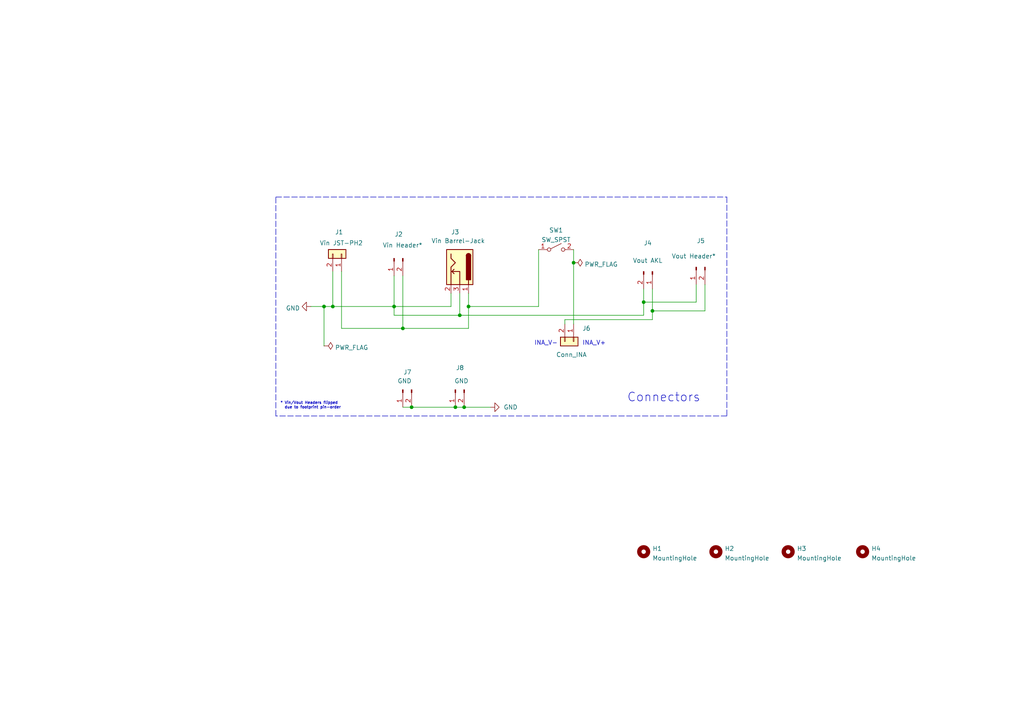
<source format=kicad_sch>
(kicad_sch (version 20230121) (generator eeschema)
  (paper "A4")
  (title_block (title "INA-Connector") (date "2025-01-02") (rev "1.0") (company "Bernhard Bablok") (comment 1 "https://github.com/bablokb/pcb-ina-connector"))
  (lib_symbols
    (symbol "Connector:Barrel_Jack_Switch" (pin_names hide)
      (property "Reference" "J" (at 0 5.334 0))
      (property "Value" "Barrel_Jack_Switch" (at 0 -5.08 0))
      (symbol "Barrel_Jack_Switch_0_1"
        (rectangle (start -5.08 3.81) (end 5.08 -3.81) (stroke (width 0.254)) (fill (type background)))
        (arc (start -3.302 3.175) (mid -3.9342 2.54) (end -3.302 1.905) (stroke (width 0.254)))
        (arc (start -3.302 3.175) (mid -3.9342 2.54) (end -3.302 1.905) (stroke (width 0.254)) (fill (type outline)))
        (polyline (pts (xy 1.27 -2.286) (xy 1.905 -1.651)) (stroke (width 0.254)))
        (polyline (pts (xy 5.08 2.54) (xy 3.81 2.54)) (stroke (width 0.254)))
        (polyline (pts (xy 5.08 0) (xy 1.27 0) (xy 1.27 -2.286) (xy 0.635 -1.651)) (stroke (width 0.254)))
        (polyline (pts (xy -3.81 -2.54) (xy -2.54 -2.54) (xy -1.27 -1.27) (xy 0 -2.54) (xy 2.54 -2.54) (xy 5.08 -2.54)) (stroke (width 0.254)))
        (rectangle (start 3.683 3.175) (end -3.302 1.905) (stroke (width 0.254)) (fill (type outline)))
      )
      (symbol "Barrel_Jack_Switch_1_1"
        (pin passive line (at 7.62 2.54 180) (length 2.54) (name "~") (number "1"))
        (pin passive line (at 7.62 -2.54 180) (length 2.54) (name "~") (number "2"))
        (pin passive line (at 7.62 0 180) (length 2.54) (name "~") (number "3"))
      )
    )
    (symbol "Connector:Conn_01x02_Pin" (pin_names (offset 1.016) hide)
      (property "Reference" "J" (at 0 2.54 0))
      (property "Value" "Conn_01x02_Pin" (at 0 -5.08 0))
      (symbol "Conn_01x02_Pin_1_1"
        (polyline (pts (xy 1.27 -2.54) (xy 0.8636 -2.54)) (stroke (width 0.1524)))
        (polyline (pts (xy 1.27 0) (xy 0.8636 0)) (stroke (width 0.1524)))
        (rectangle (start 0.8636 -2.413) (end 0 -2.667) (stroke (width 0.1524)) (fill (type outline)))
        (rectangle (start 0.8636 0.127) (end 0 -0.127) (stroke (width 0.1524)) (fill (type outline)))
        (pin passive line (at 5.08 0 180) (length 3.81) (name "Pin_1") (number "1"))
        (pin passive line (at 5.08 -2.54 180) (length 3.81) (name "Pin_2") (number "2"))
      )
    )
    (symbol "Connector_Generic:Conn_01x02" (pin_names (offset 1.016) hide)
      (property "Reference" "J" (at 0 2.54 0))
      (property "Value" "Conn_01x02" (at 0 -5.08 0))
      (symbol "Conn_01x02_1_1"
        (rectangle (start -1.27 -2.413) (end 0 -2.667) (stroke (width 0.1524)))
        (rectangle (start -1.27 0.127) (end 0 -0.127) (stroke (width 0.1524)))
        (rectangle (start -1.27 1.27) (end 1.27 -3.81) (stroke (width 0.254)) (fill (type background)))
        (pin passive line (at -5.08 0 0) (length 3.81) (name "Pin_1") (number "1"))
        (pin passive line (at -5.08 -2.54 0) (length 3.81) (name "Pin_2") (number "2"))
      )
    )
    (symbol "Mechanical:MountingHole" (pin_names (offset 1.016))
      (property "Reference" "H" (at 0 5.08 0))
      (property "Value" "MountingHole" (at 0 3.175 0))
      (symbol "MountingHole_0_1"
        (circle (center 0 0) (radius 1.27) (stroke (width 1.27)))
      )
    )
    (symbol "Switch:SW_SPST" (pin_names (offset 0) hide)
      (property "Reference" "SW" (at 0 3.175 0))
      (property "Value" "SW_SPST" (at 0 -2.54 0))
      (symbol "SW_SPST_0_0"
        (circle (center -2.032 0) (radius 0.508))
        (polyline (pts (xy -1.524 0.254) (xy 1.524 1.778)))
        (circle (center 2.032 0) (radius 0.508))
      )
      (symbol "SW_SPST_1_1"
        (pin passive line (at -5.08 0 0) (length 2.54) (name "A") (number "1"))
        (pin passive line (at 5.08 0 180) (length 2.54) (name "B") (number "2"))
      )
    )
    (symbol "power:GND" (power) (pin_names (offset 0))
      (property "Value" "GND" (at 0 -3.81 0))
      (symbol "GND_0_1"
        (polyline (pts (xy 0 0) (xy 0 -1.27) (xy 1.27 -1.27) (xy 0 -2.54) (xy -1.27 -1.27) (xy 0 -1.27)))
      )
      (symbol "GND_1_1"
        (pin power_in line (at 0 0 270) (length 0) hide (name "GND") (number "1"))
      )
    )
    (symbol "power:PWR_FLAG" (power) (pin_numbers hide) (pin_names (offset 0) hide)
      (property "Value" "PWR_FLAG" (at 0 3.81 0))
      (symbol "PWR_FLAG_0_0"
        (pin power_out line (at 0 0 90) (length 0) (name "pwr") (number "1"))
      )
      (symbol "PWR_FLAG_0_1"
        (polyline (pts (xy 0 0) (xy 0 1.27) (xy -1.016 1.905) (xy 0 2.54) (xy 1.016 1.905) (xy 0 1.27)))
      )
    )
  )
  (junction (at 93.98 88.9))
  (junction (at 134.62 118.11))
  (junction (at 189.23 90.17))
  (junction (at 96.52 88.9))
  (junction (at 186.69 87.63))
  (junction (at 116.84 95.25))
  (junction (at 119.38 118.11))
  (junction (at 166.37 76.2))
  (junction (at 135.89 88.9))
  (junction (at 133.35 91.44))
  (junction (at 114.3 88.9))
  (junction (at 132.08 118.11))
  (polyline (pts (xy 80.01 57.15) (xy 210.82 57.15)) (stroke (width 0) (type dash)))
  (wire (pts (xy 114.3 91.44) (xy 133.35 91.44)))
  (wire (pts (xy 201.93 82.55) (xy 201.93 87.63)))
  (wire (pts (xy 204.47 90.17) (xy 189.23 90.17)))
  (wire (pts (xy 201.93 87.63) (xy 186.69 87.63)))
  (polyline (pts (xy 80.01 120.65) (xy 80.01 57.15)) (stroke (width 0) (type dash)))
  (wire (pts (xy 166.37 76.2) (xy 166.37 93.98)))
  (wire (pts (xy 114.3 80.01) (xy 114.3 88.9)))
  (wire (pts (xy 135.89 95.25) (xy 116.84 95.25)))
  (wire (pts (xy 116.84 118.11) (xy 119.38 118.11)))
  (wire (pts (xy 163.83 92.71) (xy 163.83 93.98)))
  (wire (pts (xy 119.38 118.11) (xy 132.08 118.11)))
  (wire (pts (xy 99.06 95.25) (xy 99.06 78.74)))
  (wire (pts (xy 189.23 90.17) (xy 189.23 92.71)))
  (wire (pts (xy 114.3 88.9) (xy 96.52 88.9)))
  (wire (pts (xy 132.08 118.11) (xy 134.62 118.11)))
  (wire (pts (xy 116.84 95.25) (xy 99.06 95.25)))
  (polyline (pts (xy 210.82 120.65) (xy 80.01 120.65)) (stroke (width 0) (type dash)))
  (wire (pts (xy 186.69 87.63) (xy 186.69 91.44)))
  (wire (pts (xy 96.52 78.74) (xy 96.52 88.9)))
  (wire (pts (xy 93.98 88.9) (xy 93.98 100.33)))
  (wire (pts (xy 163.83 92.71) (xy 189.23 92.71)))
  (wire (pts (xy 189.23 83.82) (xy 189.23 90.17)))
  (wire (pts (xy 186.69 83.82) (xy 186.69 87.63)))
  (wire (pts (xy 156.21 72.39) (xy 156.21 88.9)))
  (wire (pts (xy 135.89 85.09) (xy 135.89 88.9)))
  (wire (pts (xy 133.35 91.44) (xy 186.69 91.44)))
  (wire (pts (xy 114.3 88.9) (xy 114.3 91.44)))
  (wire (pts (xy 204.47 82.55) (xy 204.47 90.17)))
  (wire (pts (xy 130.81 85.09) (xy 130.81 88.9)))
  (wire (pts (xy 116.84 80.01) (xy 116.84 95.25)))
  (wire (pts (xy 93.98 88.9) (xy 96.52 88.9)))
  (wire (pts (xy 90.17 88.9) (xy 93.98 88.9)))
  (polyline (pts (xy 210.82 57.15) (xy 210.82 120.65)) (stroke (width 0) (type dash)))
  (wire (pts (xy 133.35 85.09) (xy 133.35 91.44)))
  (wire (pts (xy 166.37 72.39) (xy 166.37 76.2)))
  (wire (pts (xy 114.3 88.9) (xy 130.81 88.9)))
  (wire (pts (xy 135.89 88.9) (xy 135.89 95.25)))
  (wire (pts (xy 134.62 118.11) (xy 142.24 118.11)))
  (wire (pts (xy 135.89 88.9) (xy 156.21 88.9)))
  (text "* Vin/Vout Headers flipped\n  due to footprint pin-order" (at 81.28 118.745 0) (effects (font (size 0.8 0.8)) (justify left bottom)))
  (text "INA_V-" (at 154.94 100.33 0) (effects (font (size 1.27 1.27)) (justify left bottom)))
  (text "INA_V+" (at 168.91 100.33 0) (effects (font (size 1.27 1.27)) (justify left bottom)))
  (text "Connectors" (at 203.2 116.84 0) (effects (font (size 2.54 2.54)) (justify right bottom)))
  (symbol (lib_id "Connector:Conn_01x02_Pin") (at 114.3 74.93 90) (mirror x) (unit 1) (in_bom no)
    (property "Reference" "J2" (at 116.84 67.945 90) (effects (justify left)))
    (property "Value" "Vin Header*" (at 122.555 71.12 90) (effects (justify left)))
    (property "Footprint" "Connector_PinHeader_2.54mm:PinHeader_1x02_P2.54mm_Horizontal" (effects hide))
  )
  (symbol (lib_id "Connector:Barrel_Jack_Switch") (at 133.35 77.47 270) (unit 1) (in_bom no)
    (property "Reference" "J3" (at 130.81 67.31 90) (effects (justify left)))
    (property "Value" "Vin Barrel-Jack" (at 125.095 69.85 90) (effects (justify left)))
    (property "Footprint" "user:BarrelJack_CUI_PJ-102AH_Horizontal" (effects hide))
  )
  (symbol (lib_id "Mechanical:MountingHole") (at 186.69 160.02 0) (unit 1)
    (property "Reference" "H1" (at 189.23 159.1115 0) (effects (justify left)))
    (property "Value" "MountingHole" (at 189.23 161.8866 0) (effects (justify left)))
    (property "Footprint" "MountingHole:MountingHole_2.5mm" (effects hide))
  )
  (symbol (lib_id "Mechanical:MountingHole") (at 250.19 160.02 0) (unit 1)
    (property "Reference" "H4" (at 252.73 159.1115 0) (effects (justify left)))
    (property "Value" "MountingHole" (at 252.73 161.8866 0) (effects (justify left)))
    (property "Footprint" "MountingHole:MountingHole_2.5mm" (effects hide))
  )
  (symbol (lib_id "power:GND") (at 90.17 88.9 270) (unit 1)
    (property "Reference" "#PWR03" (effects hide))
    (property "Value" "GND" (at 86.9951 89.379 90) (effects (justify right)))
  )
  (symbol (lib_id "power:PWR_FLAG") (at 93.98 100.33 270) (unit 1)
    (property "Reference" "#FLG02" (effects hide))
    (property "Value" "PWR_FLAG" (at 97.155 100.809 90) (effects (justify left)))
  )
  (symbol (lib_id "Connector:Conn_01x02_Pin") (at 201.93 77.47 90) (mirror x) (unit 1) (in_bom no)
    (property "Reference" "J5" (at 204.47 69.85 90) (effects (justify left)))
    (property "Value" "Vout Header*" (at 207.645 74.295 90) (effects (justify left)))
    (property "Footprint" "Connector_PinHeader_2.54mm:PinHeader_1x02_P2.54mm_Horizontal" (effects hide))
  )
  (symbol (lib_id "Connector:Conn_01x02_Pin") (at 132.08 113.03 90) (mirror x) (unit 1) (in_bom no)
    (property "Reference" "J8" (at 134.62 106.68 90) (effects (justify left)))
    (property "Value" "GND" (at 135.89 110.49 90) (effects (justify left)))
    (property "Footprint" "Connector_PinHeader_2.54mm:PinHeader_1x02_P2.54mm_Horizontal" (effects hide))
  )
  (symbol (lib_id "Mechanical:MountingHole") (at 228.6 160.02 0) (unit 1)
    (property "Reference" "H3" (at 231.14 159.1115 0) (effects (justify left)))
    (property "Value" "MountingHole" (at 231.14 161.8866 0) (effects (justify left)))
    (property "Footprint" "MountingHole:MountingHole_2.5mm" (effects hide))
  )
  (symbol (lib_id "power:GND") (at 142.24 118.11 90) (unit 1)
    (property "Reference" "#PWR01" (effects hide))
    (property "Value" "GND" (at 146.05 118.11 90) (effects (justify right)))
  )
  (symbol (lib_id "Connector_Generic:Conn_01x02") (at 166.37 99.06 270) (unit 1) (in_bom no)
    (property "Reference" "J6" (at 168.91 95.25 90) (effects (justify left)))
    (property "Value" "Conn_INA" (at 161.29 102.87 90) (effects (justify left)))
    (property "Footprint" "user:TerminalBlock_MetzConnect_Type059_RT06302HBWC_1x02_P3.50mm_Horizontal" (effects hide))
  )
  (symbol (lib_id "Connector:Conn_01x02_Pin") (at 189.23 78.74 270) (unit 1) (in_bom no)
    (property "Reference" "J4" (at 186.69 70.485 90) (effects (justify left)))
    (property "Value" "Vout AKL" (at 183.515 75.565 90) (effects (justify left)))
    (property "Footprint" "user:TerminalBlock_MetzConnect_Type182_PT11302HBBN_1x02_P3.50mm_Horizontal" (effects hide))
  )
  (symbol (lib_id "power:PWR_FLAG") (at 166.37 76.2 270) (unit 1)
    (property "Reference" "#FLG01" (effects hide))
    (property "Value" "PWR_FLAG" (at 169.545 76.679 90) (effects (justify left)))
  )
  (symbol (lib_id "Connector:Conn_01x02_Pin") (at 116.84 113.03 90) (mirror x) (unit 1) (in_bom no)
    (property "Reference" "J7" (at 119.38 107.95 90) (effects (justify left)))
    (property "Value" "GND" (at 119.38 110.49 90) (effects (justify left)))
    (property "Footprint" "Connector_PinHeader_2.54mm:PinHeader_1x02_P2.54mm_Horizontal" (effects hide))
  )
  (symbol (lib_id "Switch:SW_SPST") (at 161.29 72.39 0) (unit 1) (in_bom no)
    (property "Reference" "SW1" (at 161.29 66.7725 0))
    (property "Value" "SW_SPST" (at 161.29 69.5476 0))
    (property "Footprint" "user:Kippschalter_On-Off" (effects hide))
  )
  (symbol (lib_id "Connector_Generic:Conn_01x02") (at 99.06 73.66 270) (mirror x) (unit 1) (in_bom no)
    (property "Reference" "J1" (at 97.155 67.31 90) (effects (justify left)))
    (property "Value" "Vin JST-PH2" (at 92.71 70.485 90) (effects (justify left)))
    (property "Footprint" "user:JST_PH_S2B-PH-SM4-TB_1x02-1MP_P2.00mm_Horizontal" (effects hide))
  )
  (symbol (lib_id "Mechanical:MountingHole") (at 207.645 160.02 0) (unit 1)
    (property "Reference" "H2" (at 210.185 159.1115 0) (effects (justify left)))
    (property "Value" "MountingHole" (at 210.185 161.8866 0) (effects (justify left)))
    (property "Footprint" "MountingHole:MountingHole_2.5mm" (effects hide))
  )
)
</source>
